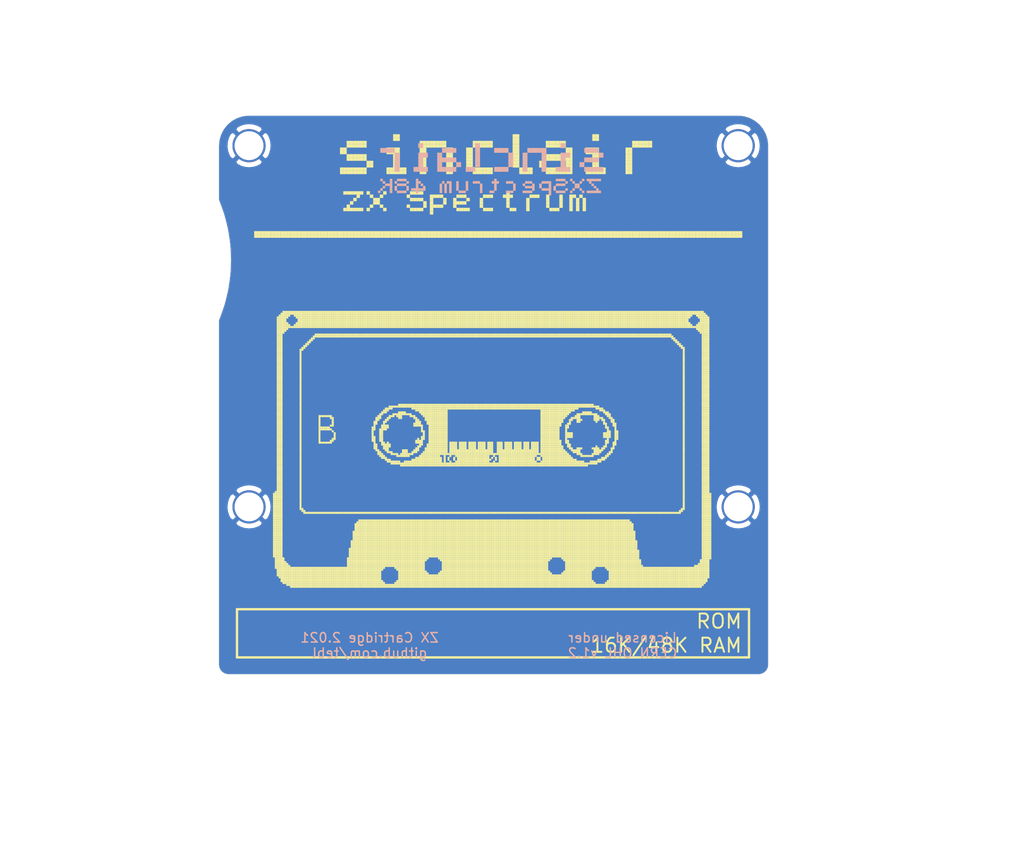
<source format=kicad_pcb>
(kicad_pcb (version 20171130) (host pcbnew "(5.1.8)-1")
  (layers (0 F.Cu signal) (31 B.Cu signal) (34 B.Paste user) (35 F.Paste user) (36 B.SilkS user) (37 F.SilkS user) (38 B.Mask user) (39 F.Mask user) (44 Edge.Cuts user))
  (net 0 "")
  (net 1 "Net-(M1-Pad1)")
  (module artwork:cassette (layer F.Cu) (at 123.571 75.057)
    (fp_text reference cassette hide)
    (fp_text value "" (at 0 0) (layer F.SilkS) (effects (font (size 1.27 1.27))))
  )
  (module artwork:cartridge_label (layer F.Cu) (at 132.334 60.325)
    (fp_text reference sinclair_title_large hide)
    (fp_text value Val** hide)
  )
  (module artwork:sinclair_title (layer B.Cu) (at 161.29 61.976 180)
    (fp_text reference E hide)
    (fp_text value "" (at 0 0 180) (layer B.SilkS) (effects (font (size 1.27 1.27)) (justify mirror)))
  )
  (module mounting:M3_pin (layer F.Cu) (at 123.444 100.33)
    (fp_text reference M1 hide)
    (fp_text value Mounting hide)
    (pad 1 thru_hole circle (at 0 0) (size 3.5 3.5) (drill 3.048) (layers *.Cu *.Mask) (net 1 "Net-(M1-Pad1)"))
  )
  (module mounting:M3_pin (layer F.Cu) (at 175.011 100.33)
    (fp_text reference M2 hide)
    (fp_text value Mounting hide)
    (pad 1 thru_hole circle (at 0 0) (size 3.5 3.5) (drill 3.048) (layers *.Cu *.Mask) (net 1 "Net-(M1-Pad1)"))
  )
  (module mounting:M3_pin (layer F.Cu) (at 175.011 62.23)
    (fp_text reference M3 hide)
    (fp_text value Mounting hide)
    (pad 1 thru_hole circle (at 0 0) (size 3.5 3.5) (drill 3.048) (layers *.Cu *.Mask) (net 1 "Net-(M1-Pad1)"))
  )
  (module mounting:M3_pin (layer F.Cu) (at 123.444 62.23)
    (fp_text reference M4 hide)
    (fp_text value Mounting hide)
    (pad 1 thru_hole circle (at 0 0) (size 3.5 3.5) (drill 3.048) (layers *.Cu *.Mask) (net 1 "Net-(M1-Pad1)"))
  )
  (gr_text "16K/48K RAM" (at 175.514 114.935) (layer F.SilkS) (effects (font (size 1.5 1.5) (thickness 0.2)) (justify right)))
  (gr_text ROM (at 175.514 112.395) (layer F.SilkS) (effects (font (size 1.5 1.5) (thickness 0.2)) (justify right)))
  (gr_line (start 122.174 111.125) (end 122.174 116.205) (layer F.SilkS) (width 0.25))
  (gr_line (start 176.149 111.125) (end 122.174 111.125) (layer F.SilkS) (width 0.25))
  (gr_line (start 176.149 116.205) (end 176.149 111.125) (layer F.SilkS) (width 0.25))
  (gr_line (start 122.174 116.205) (end 176.149 116.205) (layer F.SilkS) (width 0.25))
  (gr_text "Licensed under\nCERN OHL v1.2" (at 162.814 114.935) (layer B.SilkS) (effects (font (size 1 1)) (justify mirror)))
  (gr_arc (start 121.285 116.967) (end 121.285 117.983) (angle 90) (layer Edge.Cuts) (width 0.0254))
  (gr_line (start 120.269 67.945) (end 120.269 62.23) (layer Edge.Cuts) (width 0.0254))
  (gr_arc (start 105.029001 74.295001) (end 120.269001 80.645) (angle -45.2397299) (layer Edge.Cuts) (width 0.0254))
  (gr_line (start 123.444 59.055) (end 175.006 59.055) (layer Edge.Cuts) (width 0.0254))
  (gr_arc (start 175.006 62.23) (end 178.181 62.23) (angle -90) (layer Edge.Cuts) (width 0.0254))
  (gr_arc (start 123.444 62.23) (end 123.444 59.055) (angle -90) (layer Edge.Cuts) (width 0.0254))
  (gr_line (start 177.165 117.983) (end 121.285 117.983) (layer Edge.Cuts) (width 0.0254))
  (gr_text "ZX Cartridge 2.021\ngithub.com/tebl" (at 136.144 114.935) (layer B.SilkS) (effects (font (size 1 1)) (justify mirror)))
  (gr_line (start 178.181 62.23) (end 178.181 116.967) (angle 90) (layer Edge.Cuts) (width 0.0254))
  (gr_arc (start 177.165 116.967) (end 178.181 116.967) (angle 90) (layer Edge.Cuts) (width 0.0254))
  (gr_line (start 120.269001 80.645) (end 120.269 116.967) (angle 90) (layer Edge.Cuts) (width 0.0254))
  (zone (net 1) (net_name "Net-(M1-Pad1)") (layer B.Cu) (connect_pads (clearance 0.000003)) (min_thickness 0.254) (fill yes (arc_segments 32) (thermal_gap 0.508) (thermal_bridge_width 0.508))
    (polygon (pts (xy 205.139522 138.303) (xy 97.189522 138.303) (xy 97.189522 46.863) (xy 205.139522 46.863)))
  )
)
</source>
